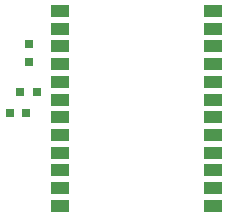
<source format=gtp>
G04*
G04 #@! TF.GenerationSoftware,Altium Limited,Altium Designer,18.1.9 (240)*
G04*
G04 Layer_Color=8421504*
%FSLAX24Y24*%
%MOIN*%
G70*
G01*
G75*
%ADD16R,0.0300X0.0300*%
%ADD17R,0.0300X0.0300*%
%ADD18R,0.0630X0.0394*%
D16*
X1425Y3650D02*
D03*
X1975D02*
D03*
X1775Y4350D02*
D03*
X2325D02*
D03*
D17*
X2050Y5950D02*
D03*
Y5350D02*
D03*
D18*
X3091Y552D02*
D03*
Y4686D02*
D03*
Y5276D02*
D03*
Y5867D02*
D03*
Y6457D02*
D03*
Y7048D02*
D03*
Y2324D02*
D03*
Y1733D02*
D03*
Y4095D02*
D03*
Y3505D02*
D03*
Y2914D02*
D03*
X8209Y552D02*
D03*
Y1143D02*
D03*
Y1733D02*
D03*
Y2324D02*
D03*
Y2914D02*
D03*
Y3505D02*
D03*
Y4095D02*
D03*
Y4686D02*
D03*
Y5276D02*
D03*
Y5867D02*
D03*
Y6457D02*
D03*
Y7048D02*
D03*
X3091Y1143D02*
D03*
M02*

</source>
